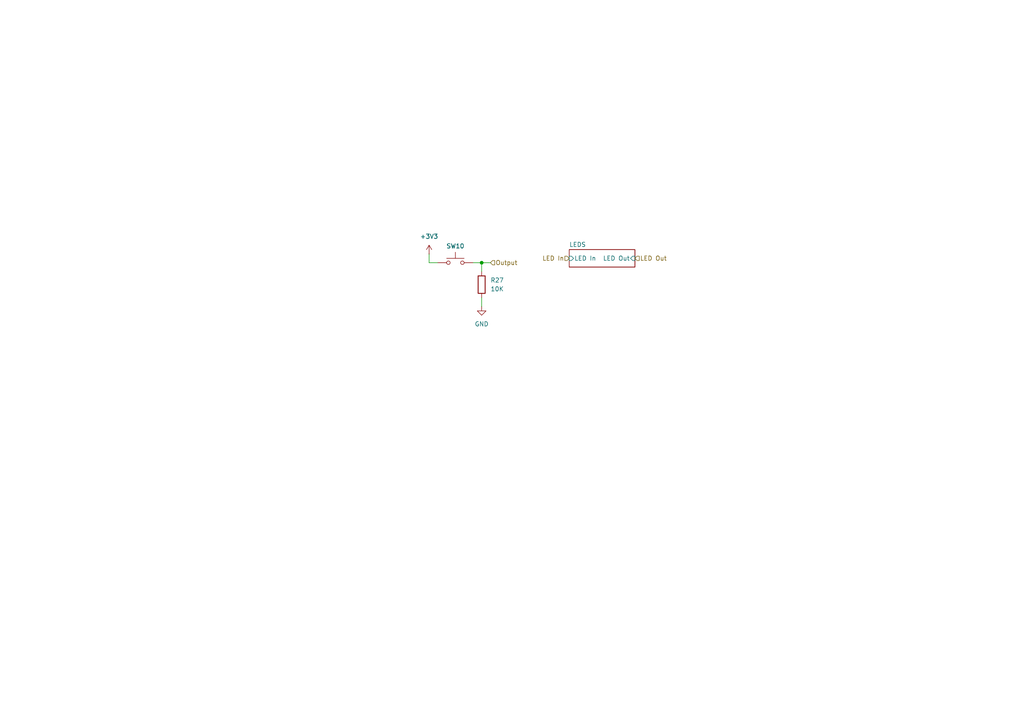
<source format=kicad_sch>
(kicad_sch (version 20231120) (generator "eeschema") (generator_version "8.0")
  (paper "A4")
  (lib_symbols
    (symbol "Device:R" (pin_numbers hide) (pin_names (offset 0))
      (property "Reference" "R" (at 2.032 0 90))
      (property "Value" "R" (at 0 0 90))
      (symbol "R_0_1"
        (rectangle (start -1.016 -2.54) (end 1.016 2.54) (stroke (width 0.254)))
      )
      (symbol "R_1_1"
        (pin passive line (at 0 3.81 270) (length 1.27) (name "~") (number "1"))
        (pin passive line (at 0 -3.81 90) (length 1.27) (name "~") (number "2"))
      )
    )
    (symbol "ScottoKeebs:Placeholder_Switch" (pin_numbers hide) (pin_names (offset 1.016) hide)
      (property "Reference" "SW" (at 1.27 2.54 0))
      (property "Value" "Switch" (at 0 -1.524 0))
      (symbol "Placeholder_Switch_0_1"
        (circle (center -2.032 0) (radius 0.508))
        (polyline (pts (xy 0 1.27) (xy 0 3.048)))
        (polyline (pts (xy 2.54 1.27) (xy -2.54 1.27)))
        (circle (center 2.032 0) (radius 0.508))
        (pin passive line (at -5.08 0 0) (length 2.54) (name "1") (number "1"))
        (pin passive line (at 5.08 0 180) (length 2.54) (name "2") (number "2"))
      )
    )
    (symbol "power:+3V3" (power) (pin_numbers hide) (pin_names (offset 0) hide)
      (property "Value" "+3V3" (at 0 3.556 0))
      (symbol "+3V3_0_1"
        (polyline (pts (xy -0.762 1.27) (xy 0 2.54)))
        (polyline (pts (xy 0 0) (xy 0 2.54)))
        (polyline (pts (xy 0 2.54) (xy 0.762 1.27)))
      )
      (symbol "+3V3_1_1"
        (pin power_in line (at 0 0 90) (length 0) (name "~") (number "1"))
      )
    )
    (symbol "power:GND" (power) (pin_numbers hide) (pin_names (offset 0) hide)
      (property "Value" "GND" (at 0 -3.81 0))
      (symbol "GND_0_1"
        (polyline (pts (xy 0 0) (xy 0 -1.27) (xy 1.27 -1.27) (xy 0 -2.54) (xy -1.27 -1.27) (xy 0 -1.27)))
      )
      (symbol "GND_1_1"
        (pin power_in line (at 0 0 270) (length 0) (name "~") (number "1"))
      )
    )
  )
  (junction (at 139.7 76.2))
  (wire (pts (xy 139.7 86.36) (xy 139.7 88.9)))
  (wire (pts (xy 139.7 76.2) (xy 139.7 78.74)))
  (wire (pts (xy 124.46 73.66) (xy 124.46 76.2)))
  (wire (pts (xy 139.7 76.2) (xy 142.24 76.2)))
  (wire (pts (xy 137.16 76.2) (xy 139.7 76.2)))
  (wire (pts (xy 124.46 76.2) (xy 127 76.2)))
  (hierarchical_label "Output" (shape input) (at 142.24 76.2 0))
  (hierarchical_label "LED Out" (shape input) (at 184.15 74.93 0))
  (hierarchical_label "LED In" (shape input) (at 165.1 74.93 180))
  (symbol (lib_id "power:GND") (at 139.7 88.9 0) (unit 1)
    (property "Reference" "#PWR0110" (effects (hide yes)))
    (property "Value" "GND" (at 139.7 93.98 0))
    (property "Description" "Power symbol creates a global label with name \"GND\" , ground" (effects (hide yes)))
    (instances (project "Macro Mixer" (path "" (reference "#PWR0110") (unit 1)) (path "" (reference "#PWR0117") (unit 1)) (path "" (reference "#PWR0138") (unit 1)) (path "" (reference "#PWR026") (unit 1)) (path "" (reference "#PWR042") (unit 1)) (path "" (reference "#PWR0103") (unit 1)) (path "" (reference "#PWR049") (unit 1)) (path "" (reference "#PWR063") (unit 1)) (path "" (reference "#PWR070") (unit 1)) (path "" (reference "#PWR035") (unit 1)) (path "" (reference "#PWR056") (unit 1)) (path "" (reference "#PWR0124") (unit 1)) (path "" (reference "#PWR0131") (unit 1)) (path "" (reference "#PWR028") (unit 1)) (path "" (reference "#PWR0145") (unit 1))))
  )
  (symbol (lib_id "ScottoKeebs:Placeholder_Switch") (at 132.08 76.2 0) (unit 1)
    (property "Reference" "SW10" (at 132.08 71.374 0))
    (property "Value" "Switch" (effects (hide yes)))
    (property "Footprint" "ScottoKeebs_Hotswap:Hotswap_MX_1.00u" (effects (hide yes)))
    (property "Description" "Push button switch, generic, two pins" (effects (hide yes)))
    (instances (project "Macro Mixer" (path "" (reference "SW10") (unit 1)) (path "" (reference "SW11") (unit 1)) (path "" (reference "SW14") (unit 1)) (path "" (reference "SW1") (unit 1)) (path "" (reference "SW4") (unit 1)) (path "" (reference "SW9") (unit 1)) (path "" (reference "SW5") (unit 1)) (path "" (reference "SW7") (unit 1)) (path "" (reference "SW8") (unit 1)) (path "" (reference "SW3") (unit 1)) (path "" (reference "SW6") (unit 1)) (path "" (reference "SW12") (unit 1)) (path "" (reference "SW13") (unit 1)) (path "" (reference "SW2") (unit 1)) (path "" (reference "SW15") (unit 1))))
  )
  (symbol (lib_id "Device:R") (at 139.7 82.55 0) (unit 1)
    (property "Reference" "R27" (at 142.24 81.2799 0) (effects (justify left)))
    (property "Value" "10K" (at 142.24 83.8199 0) (effects (justify left)))
    (property "Footprint" "Resistor_SMD:R_0603_1608Metric" (effects (hide yes)))
    (property "Description" "Resistor" (effects (hide yes)))
    (instances (project "Macro Mixer" (path "" (reference "R27") (unit 1)) (path "" (reference "R28") (unit 1)) (path "" (reference "R31") (unit 1)) (path "" (reference "R9") (unit 1)) (path "" (reference "R12") (unit 1)) (path "" (reference "R26") (unit 1)) (path "" (reference "R13") (unit 1)) (path "" (reference "R15") (unit 1)) (path "" (reference "R16") (unit 1)) (path "" (reference "R11") (unit 1)) (path "" (reference "R14") (unit 1)) (path "" (reference "R29") (unit 1)) (path "" (reference "R30") (unit 1)) (path "" (reference "R10") (unit 1)) (path "" (reference "R32") (unit 1))))
  )
  (symbol (lib_id "power:+3V3") (at 124.46 73.66 0) (unit 1)
    (property "Reference" "#PWR0109" (effects (hide yes)))
    (property "Value" "+3V3" (at 124.46 68.58 0))
    (property "Description" "Power symbol creates a global label with name \"+3V3\"" (effects (hide yes)))
    (instances (project "Macro Mixer" (path "" (reference "#PWR0109") (unit 1)) (path "" (reference "#PWR0116") (unit 1)) (path "" (reference "#PWR0137") (unit 1)) (path "" (reference "#PWR025") (unit 1)) (path "" (reference "#PWR041") (unit 1)) (path "" (reference "#PWR0102") (unit 1)) (path "" (reference "#PWR048") (unit 1)) (path "" (reference "#PWR062") (unit 1)) (path "" (reference "#PWR069") (unit 1)) (path "" (reference "#PWR034") (unit 1)) (path "" (reference "#PWR055") (unit 1)) (path "" (reference "#PWR0123") (unit 1)) (path "" (reference "#PWR0130") (unit 1)) (path "" (reference "#PWR027") (unit 1)) (path "" (reference "#PWR0144") (unit 1))))
  )
  (sheet (at 165.1 72.39) (size 19.05 5.08) (stroke (width 0.1524))
    (property "Sheetname" "LEDS" (at 165.1 71.6784 0) (effects (justify left bottom)))
    (property "Sheetfile" "LEDS.kicad_sch" (effects (hide yes)))
    (pin "LED Out" input (at 184.15 74.93 0))
    (pin "LED In" input (at 165.1 74.93 180))
  )
)
</source>
